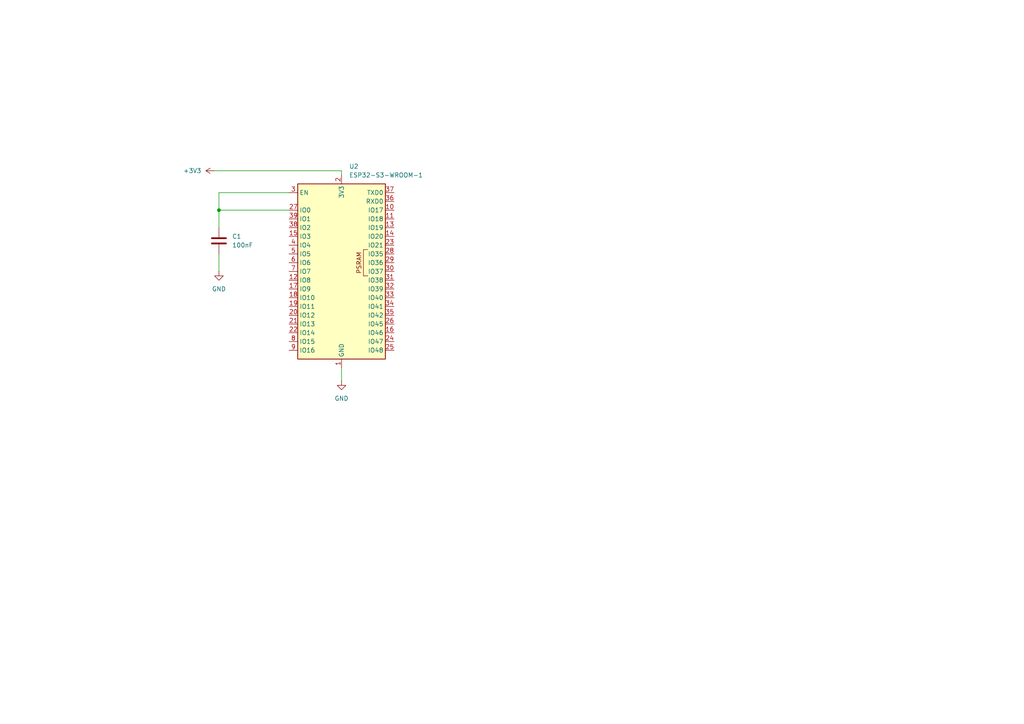
<source format=kicad_sch>
(kicad_sch (version 20231120) (generator "eeschema") (generator_version "8.0")
  (paper "A4")
  (lib_symbols
    (symbol "Device:C" (pin_numbers hide) (pin_names (offset 0.254))
      (property "Reference" "C" (at 0.635 2.54 0))
      (property "Value" "C" (at 0.635 -2.54 0))
      (symbol "C_0_1"
        (polyline (pts (xy -2.032 -0.762) (xy 2.032 -0.762)) (stroke (width 0.508)))
        (polyline (pts (xy -2.032 0.762) (xy 2.032 0.762)) (stroke (width 0.508)))
      )
      (symbol "C_1_1"
        (pin passive line (at 0 3.81 270) (length 2.794) (name "~") (number "1"))
        (pin passive line (at 0 -3.81 90) (length 2.794) (name "~") (number "2"))
      )
    )
    (symbol "RF_Module:ESP32-S3-WROOM-1"
      (property "Reference" "U" (at -12.7 26.67 0))
      (property "Value" "ESP32-S3-WROOM-1" (at 12.7 26.67 0))
      (symbol "ESP32-S3-WROOM-1_0_0"
        (rectangle (start -12.7 25.4) (end 12.7 -25.4) (stroke (width 0.254)) (fill (type background)))
        (text "PSRAM" (at 5.08 2.54 900) (effects (font (size 1.27 1.27))))
      )
      (symbol "ESP32-S3-WROOM-1_0_1"
        (polyline (pts (xy 7.62 -1.27) (xy 6.35 -1.27) (xy 6.35 6.35) (xy 7.62 6.35)))
      )
      (symbol "ESP32-S3-WROOM-1_1_1"
        (pin power_in line (at 0 -27.94 90) (length 2.54) (name "GND") (number "1"))
        (pin bidirectional line (at 15.24 17.78 180) (length 2.54) (name "IO17") (number "10"))
        (pin bidirectional line (at 15.24 15.24 180) (length 2.54) (name "IO18") (number "11"))
        (pin bidirectional line (at -15.24 -2.54 0) (length 2.54) (name "IO8") (number "12"))
        (pin bidirectional line (at 15.24 12.7 180) (length 2.54) (name "IO19") (number "13"))
        (pin bidirectional line (at 15.24 10.16 180) (length 2.54) (name "IO20") (number "14"))
        (pin bidirectional line (at -15.24 10.16 0) (length 2.54) (name "IO3") (number "15"))
        (pin bidirectional line (at 15.24 -17.78 180) (length 2.54) (name "IO46") (number "16"))
        (pin bidirectional line (at -15.24 -5.08 0) (length 2.54) (name "IO9") (number "17"))
        (pin bidirectional line (at -15.24 -7.62 0) (length 2.54) (name "IO10") (number "18"))
        (pin bidirectional line (at -15.24 -10.16 0) (length 2.54) (name "IO11") (number "19"))
        (pin power_in line (at 0 27.94 270) (length 2.54) (name "3V3") (number "2"))
        (pin bidirectional line (at -15.24 -12.7 0) (length 2.54) (name "IO12") (number "20"))
        (pin bidirectional line (at -15.24 -15.24 0) (length 2.54) (name "IO13") (number "21"))
        (pin bidirectional line (at -15.24 -17.78 0) (length 2.54) (name "IO14") (number "22"))
        (pin bidirectional line (at 15.24 7.62 180) (length 2.54) (name "IO21") (number "23"))
        (pin bidirectional line (at 15.24 -20.32 180) (length 2.54) (name "IO47") (number "24"))
        (pin bidirectional line (at 15.24 -22.86 180) (length 2.54) (name "IO48") (number "25"))
        (pin bidirectional line (at 15.24 -15.24 180) (length 2.54) (name "IO45") (number "26"))
        (pin bidirectional line (at -15.24 17.78 0) (length 2.54) (name "IO0") (number "27"))
        (pin bidirectional line (at 15.24 5.08 180) (length 2.54) (name "IO35") (number "28"))
        (pin bidirectional line (at 15.24 2.54 180) (length 2.54) (name "IO36") (number "29"))
        (pin input line (at -15.24 22.86 0) (length 2.54) (name "EN") (number "3"))
        (pin bidirectional line (at 15.24 0 180) (length 2.54) (name "IO37") (number "30"))
        (pin bidirectional line (at 15.24 -2.54 180) (length 2.54) (name "IO38") (number "31"))
        (pin bidirectional line (at 15.24 -5.08 180) (length 2.54) (name "IO39") (number "32"))
        (pin bidirectional line (at 15.24 -7.62 180) (length 2.54) (name "IO40") (number "33"))
        (pin bidirectional line (at 15.24 -10.16 180) (length 2.54) (name "IO41") (number "34"))
        (pin bidirectional line (at 15.24 -12.7 180) (length 2.54) (name "IO42") (number "35"))
        (pin bidirectional line (at 15.24 20.32 180) (length 2.54) (name "RXD0") (number "36"))
        (pin bidirectional line (at 15.24 22.86 180) (length 2.54) (name "TXD0") (number "37"))
        (pin bidirectional line (at -15.24 12.7 0) (length 2.54) (name "IO2") (number "38"))
        (pin bidirectional line (at -15.24 15.24 0) (length 2.54) (name "IO1") (number "39"))
        (pin bidirectional line (at -15.24 7.62 0) (length 2.54) (name "IO4") (number "4"))
        (pin passive line (at 0 -27.94 90) (length 2.54) hide (name "GND") (number "40"))
        (pin passive line (at 0 -27.94 90) (length 2.54) hide (name "GND") (number "41"))
        (pin bidirectional line (at -15.24 5.08 0) (length 2.54) (name "IO5") (number "5"))
        (pin bidirectional line (at -15.24 2.54 0) (length 2.54) (name "IO6") (number "6"))
        (pin bidirectional line (at -15.24 0 0) (length 2.54) (name "IO7") (number "7"))
        (pin bidirectional line (at -15.24 -20.32 0) (length 2.54) (name "IO15") (number "8"))
        (pin bidirectional line (at -15.24 -22.86 0) (length 2.54) (name "IO16") (number "9"))
      )
    )
    (symbol "power:+3V3" (power) (pin_numbers hide) (pin_names (offset 0) hide)
      (property "Value" "+3V3" (at 0 3.556 0))
      (symbol "+3V3_0_1"
        (polyline (pts (xy -0.762 1.27) (xy 0 2.54)))
        (polyline (pts (xy 0 0) (xy 0 2.54)))
        (polyline (pts (xy 0 2.54) (xy 0.762 1.27)))
      )
      (symbol "+3V3_1_1"
        (pin power_in line (at 0 0 90) (length 0) (name "~") (number "1"))
      )
    )
    (symbol "power:GND" (power) (pin_numbers hide) (pin_names (offset 0) hide)
      (property "Value" "GND" (at 0 -3.81 0))
      (symbol "GND_0_1"
        (polyline (pts (xy 0 0) (xy 0 -1.27) (xy 1.27 -1.27) (xy 0 -2.54) (xy -1.27 -1.27) (xy 0 -1.27)))
      )
      (symbol "GND_1_1"
        (pin power_in line (at 0 0 270) (length 0) (name "~") (number "1"))
      )
    )
  )
  (junction (at 63.5 60.96))
  (wire (pts (xy 63.5 55.88) (xy 83.82 55.88)))
  (wire (pts (xy 63.5 60.96) (xy 83.82 60.96)))
  (wire (pts (xy 63.5 73.66) (xy 63.5 78.74)))
  (wire (pts (xy 63.5 60.96) (xy 63.5 66.04)))
  (wire (pts (xy 62.23 49.53) (xy 99.06 49.53)))
  (wire (pts (xy 99.06 50.8) (xy 99.06 49.53)))
  (wire (pts (xy 99.06 106.68) (xy 99.06 110.49)))
  (wire (pts (xy 63.5 55.88) (xy 63.5 60.96)))
  (symbol (lib_id "RF_Module:ESP32-S3-WROOM-1") (at 99.06 78.74 0) (unit 1)
    (property "Reference" "U2" (at 101.2541 48.26 0) (effects (justify left)))
    (property "Value" "ESP32-S3-WROOM-1" (at 101.2541 50.8 0) (effects (justify left)))
    (property "Footprint" "RF_Module:ESP32-S3-WROOM-1" (effects (hide yes)))
    (property "Datasheet" "https://www.espressif.com/sites/default/files/documentation/esp32-s3-wroom-1_wroom-1u_datasheet_en.pdf" (effects (hide yes)))
    (property "Description" "RF Module, ESP32-S3 SoC, Wi-Fi 802.11b/g/n, Bluetooth, BLE, 32-bit, 3.3V, onboard antenna, SMD" (effects (hide yes)))
  )
  (symbol (lib_id "power:GND") (at 63.5 78.74 0) (unit 1)
    (property "Reference" "#PWR02" (effects (hide yes)))
    (property "Value" "GND" (at 63.5 83.82 0))
    (property "Description" "Power symbol creates a global label with name \"GND\" , ground" (effects (hide yes)))
  )
  (symbol (lib_id "power:GND") (at 99.06 110.49 0) (unit 1)
    (property "Reference" "#PWR03" (effects (hide yes)))
    (property "Value" "GND" (at 99.06 115.57 0))
    (property "Description" "Power symbol creates a global label with name \"GND\" , ground" (effects (hide yes)))
  )
  (symbol (lib_id "power:+3V3") (at 62.23 49.53 90) (unit 1)
    (property "Reference" "#PWR01" (effects (hide yes)))
    (property "Value" "+3V3" (at 58.42 49.5299 90) (effects (justify left)))
    (property "Description" "Power symbol creates a global label with name \"+3V3\"" (effects (hide yes)))
  )
  (symbol (lib_id "Device:C") (at 63.5 69.85 0) (unit 1)
    (property "Reference" "C1" (at 67.31 68.5799 0) (effects (justify left)))
    (property "Value" "100nF" (at 67.31 71.1199 0) (effects (justify left)))
    (property "Footprint" "Capacitor_SMD:C_0805_2012Metric_Pad1.18x1.45mm_HandSolder" (effects (hide yes)))
    (property "Description" "Unpolarized capacitor" (effects (hide yes)))
  )
)
</source>
